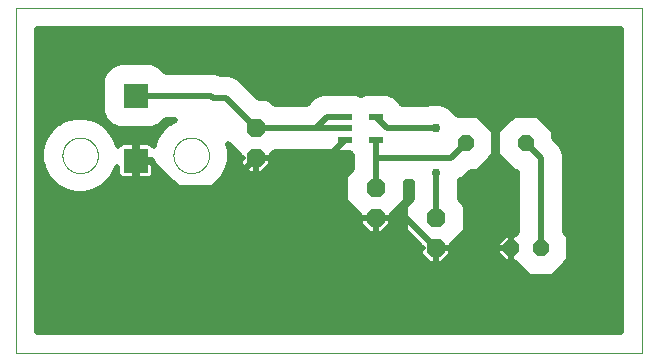
<source format=gtl>
G75*
%MOIN*%
%OFA0B0*%
%FSLAX25Y25*%
%IPPOS*%
%LPD*%
%AMOC8*
5,1,8,0,0,1.08239X$1,22.5*
%
%ADD10C,0.00000*%
%ADD11OC8,0.06300*%
%ADD12OC8,0.05200*%
%ADD13R,0.04724X0.02165*%
%ADD14R,0.08268X0.08268*%
%ADD15C,0.02000*%
%ADD16C,0.02978*%
D10*
X0002000Y0002000D02*
X0002000Y0116961D01*
X0210701Y0116961D01*
X0210701Y0002000D01*
X0002000Y0002000D01*
X0017590Y0067984D02*
X0017592Y0068137D01*
X0017598Y0068291D01*
X0017608Y0068444D01*
X0017622Y0068596D01*
X0017640Y0068749D01*
X0017662Y0068900D01*
X0017687Y0069051D01*
X0017717Y0069202D01*
X0017751Y0069352D01*
X0017788Y0069500D01*
X0017829Y0069648D01*
X0017874Y0069794D01*
X0017923Y0069940D01*
X0017976Y0070084D01*
X0018032Y0070226D01*
X0018092Y0070367D01*
X0018156Y0070507D01*
X0018223Y0070645D01*
X0018294Y0070781D01*
X0018369Y0070915D01*
X0018446Y0071047D01*
X0018528Y0071177D01*
X0018612Y0071305D01*
X0018700Y0071431D01*
X0018791Y0071554D01*
X0018885Y0071675D01*
X0018983Y0071793D01*
X0019083Y0071909D01*
X0019187Y0072022D01*
X0019293Y0072133D01*
X0019402Y0072241D01*
X0019514Y0072346D01*
X0019628Y0072447D01*
X0019746Y0072546D01*
X0019865Y0072642D01*
X0019987Y0072735D01*
X0020112Y0072824D01*
X0020239Y0072911D01*
X0020368Y0072993D01*
X0020499Y0073073D01*
X0020632Y0073149D01*
X0020767Y0073222D01*
X0020904Y0073291D01*
X0021043Y0073356D01*
X0021183Y0073418D01*
X0021325Y0073476D01*
X0021468Y0073531D01*
X0021613Y0073582D01*
X0021759Y0073629D01*
X0021906Y0073672D01*
X0022054Y0073711D01*
X0022203Y0073747D01*
X0022353Y0073778D01*
X0022504Y0073806D01*
X0022655Y0073830D01*
X0022808Y0073850D01*
X0022960Y0073866D01*
X0023113Y0073878D01*
X0023266Y0073886D01*
X0023419Y0073890D01*
X0023573Y0073890D01*
X0023726Y0073886D01*
X0023879Y0073878D01*
X0024032Y0073866D01*
X0024184Y0073850D01*
X0024337Y0073830D01*
X0024488Y0073806D01*
X0024639Y0073778D01*
X0024789Y0073747D01*
X0024938Y0073711D01*
X0025086Y0073672D01*
X0025233Y0073629D01*
X0025379Y0073582D01*
X0025524Y0073531D01*
X0025667Y0073476D01*
X0025809Y0073418D01*
X0025949Y0073356D01*
X0026088Y0073291D01*
X0026225Y0073222D01*
X0026360Y0073149D01*
X0026493Y0073073D01*
X0026624Y0072993D01*
X0026753Y0072911D01*
X0026880Y0072824D01*
X0027005Y0072735D01*
X0027127Y0072642D01*
X0027246Y0072546D01*
X0027364Y0072447D01*
X0027478Y0072346D01*
X0027590Y0072241D01*
X0027699Y0072133D01*
X0027805Y0072022D01*
X0027909Y0071909D01*
X0028009Y0071793D01*
X0028107Y0071675D01*
X0028201Y0071554D01*
X0028292Y0071431D01*
X0028380Y0071305D01*
X0028464Y0071177D01*
X0028546Y0071047D01*
X0028623Y0070915D01*
X0028698Y0070781D01*
X0028769Y0070645D01*
X0028836Y0070507D01*
X0028900Y0070367D01*
X0028960Y0070226D01*
X0029016Y0070084D01*
X0029069Y0069940D01*
X0029118Y0069794D01*
X0029163Y0069648D01*
X0029204Y0069500D01*
X0029241Y0069352D01*
X0029275Y0069202D01*
X0029305Y0069051D01*
X0029330Y0068900D01*
X0029352Y0068749D01*
X0029370Y0068596D01*
X0029384Y0068444D01*
X0029394Y0068291D01*
X0029400Y0068137D01*
X0029402Y0067984D01*
X0029400Y0067831D01*
X0029394Y0067677D01*
X0029384Y0067524D01*
X0029370Y0067372D01*
X0029352Y0067219D01*
X0029330Y0067068D01*
X0029305Y0066917D01*
X0029275Y0066766D01*
X0029241Y0066616D01*
X0029204Y0066468D01*
X0029163Y0066320D01*
X0029118Y0066174D01*
X0029069Y0066028D01*
X0029016Y0065884D01*
X0028960Y0065742D01*
X0028900Y0065601D01*
X0028836Y0065461D01*
X0028769Y0065323D01*
X0028698Y0065187D01*
X0028623Y0065053D01*
X0028546Y0064921D01*
X0028464Y0064791D01*
X0028380Y0064663D01*
X0028292Y0064537D01*
X0028201Y0064414D01*
X0028107Y0064293D01*
X0028009Y0064175D01*
X0027909Y0064059D01*
X0027805Y0063946D01*
X0027699Y0063835D01*
X0027590Y0063727D01*
X0027478Y0063622D01*
X0027364Y0063521D01*
X0027246Y0063422D01*
X0027127Y0063326D01*
X0027005Y0063233D01*
X0026880Y0063144D01*
X0026753Y0063057D01*
X0026624Y0062975D01*
X0026493Y0062895D01*
X0026360Y0062819D01*
X0026225Y0062746D01*
X0026088Y0062677D01*
X0025949Y0062612D01*
X0025809Y0062550D01*
X0025667Y0062492D01*
X0025524Y0062437D01*
X0025379Y0062386D01*
X0025233Y0062339D01*
X0025086Y0062296D01*
X0024938Y0062257D01*
X0024789Y0062221D01*
X0024639Y0062190D01*
X0024488Y0062162D01*
X0024337Y0062138D01*
X0024184Y0062118D01*
X0024032Y0062102D01*
X0023879Y0062090D01*
X0023726Y0062082D01*
X0023573Y0062078D01*
X0023419Y0062078D01*
X0023266Y0062082D01*
X0023113Y0062090D01*
X0022960Y0062102D01*
X0022808Y0062118D01*
X0022655Y0062138D01*
X0022504Y0062162D01*
X0022353Y0062190D01*
X0022203Y0062221D01*
X0022054Y0062257D01*
X0021906Y0062296D01*
X0021759Y0062339D01*
X0021613Y0062386D01*
X0021468Y0062437D01*
X0021325Y0062492D01*
X0021183Y0062550D01*
X0021043Y0062612D01*
X0020904Y0062677D01*
X0020767Y0062746D01*
X0020632Y0062819D01*
X0020499Y0062895D01*
X0020368Y0062975D01*
X0020239Y0063057D01*
X0020112Y0063144D01*
X0019987Y0063233D01*
X0019865Y0063326D01*
X0019746Y0063422D01*
X0019628Y0063521D01*
X0019514Y0063622D01*
X0019402Y0063727D01*
X0019293Y0063835D01*
X0019187Y0063946D01*
X0019083Y0064059D01*
X0018983Y0064175D01*
X0018885Y0064293D01*
X0018791Y0064414D01*
X0018700Y0064537D01*
X0018612Y0064663D01*
X0018528Y0064791D01*
X0018446Y0064921D01*
X0018369Y0065053D01*
X0018294Y0065187D01*
X0018223Y0065323D01*
X0018156Y0065461D01*
X0018092Y0065601D01*
X0018032Y0065742D01*
X0017976Y0065884D01*
X0017923Y0066028D01*
X0017874Y0066174D01*
X0017829Y0066320D01*
X0017788Y0066468D01*
X0017751Y0066616D01*
X0017717Y0066766D01*
X0017687Y0066917D01*
X0017662Y0067068D01*
X0017640Y0067219D01*
X0017622Y0067372D01*
X0017608Y0067524D01*
X0017598Y0067677D01*
X0017592Y0067831D01*
X0017590Y0067984D01*
X0054598Y0067984D02*
X0054600Y0068137D01*
X0054606Y0068291D01*
X0054616Y0068444D01*
X0054630Y0068596D01*
X0054648Y0068749D01*
X0054670Y0068900D01*
X0054695Y0069051D01*
X0054725Y0069202D01*
X0054759Y0069352D01*
X0054796Y0069500D01*
X0054837Y0069648D01*
X0054882Y0069794D01*
X0054931Y0069940D01*
X0054984Y0070084D01*
X0055040Y0070226D01*
X0055100Y0070367D01*
X0055164Y0070507D01*
X0055231Y0070645D01*
X0055302Y0070781D01*
X0055377Y0070915D01*
X0055454Y0071047D01*
X0055536Y0071177D01*
X0055620Y0071305D01*
X0055708Y0071431D01*
X0055799Y0071554D01*
X0055893Y0071675D01*
X0055991Y0071793D01*
X0056091Y0071909D01*
X0056195Y0072022D01*
X0056301Y0072133D01*
X0056410Y0072241D01*
X0056522Y0072346D01*
X0056636Y0072447D01*
X0056754Y0072546D01*
X0056873Y0072642D01*
X0056995Y0072735D01*
X0057120Y0072824D01*
X0057247Y0072911D01*
X0057376Y0072993D01*
X0057507Y0073073D01*
X0057640Y0073149D01*
X0057775Y0073222D01*
X0057912Y0073291D01*
X0058051Y0073356D01*
X0058191Y0073418D01*
X0058333Y0073476D01*
X0058476Y0073531D01*
X0058621Y0073582D01*
X0058767Y0073629D01*
X0058914Y0073672D01*
X0059062Y0073711D01*
X0059211Y0073747D01*
X0059361Y0073778D01*
X0059512Y0073806D01*
X0059663Y0073830D01*
X0059816Y0073850D01*
X0059968Y0073866D01*
X0060121Y0073878D01*
X0060274Y0073886D01*
X0060427Y0073890D01*
X0060581Y0073890D01*
X0060734Y0073886D01*
X0060887Y0073878D01*
X0061040Y0073866D01*
X0061192Y0073850D01*
X0061345Y0073830D01*
X0061496Y0073806D01*
X0061647Y0073778D01*
X0061797Y0073747D01*
X0061946Y0073711D01*
X0062094Y0073672D01*
X0062241Y0073629D01*
X0062387Y0073582D01*
X0062532Y0073531D01*
X0062675Y0073476D01*
X0062817Y0073418D01*
X0062957Y0073356D01*
X0063096Y0073291D01*
X0063233Y0073222D01*
X0063368Y0073149D01*
X0063501Y0073073D01*
X0063632Y0072993D01*
X0063761Y0072911D01*
X0063888Y0072824D01*
X0064013Y0072735D01*
X0064135Y0072642D01*
X0064254Y0072546D01*
X0064372Y0072447D01*
X0064486Y0072346D01*
X0064598Y0072241D01*
X0064707Y0072133D01*
X0064813Y0072022D01*
X0064917Y0071909D01*
X0065017Y0071793D01*
X0065115Y0071675D01*
X0065209Y0071554D01*
X0065300Y0071431D01*
X0065388Y0071305D01*
X0065472Y0071177D01*
X0065554Y0071047D01*
X0065631Y0070915D01*
X0065706Y0070781D01*
X0065777Y0070645D01*
X0065844Y0070507D01*
X0065908Y0070367D01*
X0065968Y0070226D01*
X0066024Y0070084D01*
X0066077Y0069940D01*
X0066126Y0069794D01*
X0066171Y0069648D01*
X0066212Y0069500D01*
X0066249Y0069352D01*
X0066283Y0069202D01*
X0066313Y0069051D01*
X0066338Y0068900D01*
X0066360Y0068749D01*
X0066378Y0068596D01*
X0066392Y0068444D01*
X0066402Y0068291D01*
X0066408Y0068137D01*
X0066410Y0067984D01*
X0066408Y0067831D01*
X0066402Y0067677D01*
X0066392Y0067524D01*
X0066378Y0067372D01*
X0066360Y0067219D01*
X0066338Y0067068D01*
X0066313Y0066917D01*
X0066283Y0066766D01*
X0066249Y0066616D01*
X0066212Y0066468D01*
X0066171Y0066320D01*
X0066126Y0066174D01*
X0066077Y0066028D01*
X0066024Y0065884D01*
X0065968Y0065742D01*
X0065908Y0065601D01*
X0065844Y0065461D01*
X0065777Y0065323D01*
X0065706Y0065187D01*
X0065631Y0065053D01*
X0065554Y0064921D01*
X0065472Y0064791D01*
X0065388Y0064663D01*
X0065300Y0064537D01*
X0065209Y0064414D01*
X0065115Y0064293D01*
X0065017Y0064175D01*
X0064917Y0064059D01*
X0064813Y0063946D01*
X0064707Y0063835D01*
X0064598Y0063727D01*
X0064486Y0063622D01*
X0064372Y0063521D01*
X0064254Y0063422D01*
X0064135Y0063326D01*
X0064013Y0063233D01*
X0063888Y0063144D01*
X0063761Y0063057D01*
X0063632Y0062975D01*
X0063501Y0062895D01*
X0063368Y0062819D01*
X0063233Y0062746D01*
X0063096Y0062677D01*
X0062957Y0062612D01*
X0062817Y0062550D01*
X0062675Y0062492D01*
X0062532Y0062437D01*
X0062387Y0062386D01*
X0062241Y0062339D01*
X0062094Y0062296D01*
X0061946Y0062257D01*
X0061797Y0062221D01*
X0061647Y0062190D01*
X0061496Y0062162D01*
X0061345Y0062138D01*
X0061192Y0062118D01*
X0061040Y0062102D01*
X0060887Y0062090D01*
X0060734Y0062082D01*
X0060581Y0062078D01*
X0060427Y0062078D01*
X0060274Y0062082D01*
X0060121Y0062090D01*
X0059968Y0062102D01*
X0059816Y0062118D01*
X0059663Y0062138D01*
X0059512Y0062162D01*
X0059361Y0062190D01*
X0059211Y0062221D01*
X0059062Y0062257D01*
X0058914Y0062296D01*
X0058767Y0062339D01*
X0058621Y0062386D01*
X0058476Y0062437D01*
X0058333Y0062492D01*
X0058191Y0062550D01*
X0058051Y0062612D01*
X0057912Y0062677D01*
X0057775Y0062746D01*
X0057640Y0062819D01*
X0057507Y0062895D01*
X0057376Y0062975D01*
X0057247Y0063057D01*
X0057120Y0063144D01*
X0056995Y0063233D01*
X0056873Y0063326D01*
X0056754Y0063422D01*
X0056636Y0063521D01*
X0056522Y0063622D01*
X0056410Y0063727D01*
X0056301Y0063835D01*
X0056195Y0063946D01*
X0056091Y0064059D01*
X0055991Y0064175D01*
X0055893Y0064293D01*
X0055799Y0064414D01*
X0055708Y0064537D01*
X0055620Y0064663D01*
X0055536Y0064791D01*
X0055454Y0064921D01*
X0055377Y0065053D01*
X0055302Y0065187D01*
X0055231Y0065323D01*
X0055164Y0065461D01*
X0055100Y0065601D01*
X0055040Y0065742D01*
X0054984Y0065884D01*
X0054931Y0066028D01*
X0054882Y0066174D01*
X0054837Y0066320D01*
X0054796Y0066468D01*
X0054759Y0066616D01*
X0054725Y0066766D01*
X0054695Y0066917D01*
X0054670Y0067068D01*
X0054648Y0067219D01*
X0054630Y0067372D01*
X0054616Y0067524D01*
X0054606Y0067677D01*
X0054600Y0067831D01*
X0054598Y0067984D01*
D11*
X0082000Y0067000D03*
X0082000Y0077000D03*
X0122000Y0057000D03*
X0122000Y0047000D03*
X0142000Y0047000D03*
X0142000Y0037000D03*
D12*
X0167000Y0037000D03*
X0177000Y0037000D03*
X0172000Y0072000D03*
X0152000Y0072000D03*
D13*
X0122118Y0073260D03*
X0111882Y0073260D03*
X0111882Y0077000D03*
X0111882Y0080740D03*
X0122118Y0080740D03*
D14*
X0042000Y0087827D03*
X0042000Y0066173D03*
D15*
X0046892Y0066173D01*
X0055987Y0057079D01*
X0072079Y0057079D01*
X0082000Y0067000D01*
X0092000Y0067000D01*
X0112000Y0047000D01*
X0122000Y0047000D01*
X0132000Y0047000D01*
X0142000Y0037000D01*
X0167000Y0037000D01*
X0167000Y0037000D01*
X0167000Y0041600D01*
X0168024Y0041600D01*
X0169000Y0042576D01*
X0169000Y0062400D01*
X0168024Y0062400D01*
X0162400Y0068024D01*
X0162400Y0075976D01*
X0168024Y0081600D01*
X0175976Y0081600D01*
X0181600Y0075976D01*
X0181600Y0073714D01*
X0183782Y0071532D01*
X0185000Y0068591D01*
X0185000Y0042576D01*
X0186600Y0040976D01*
X0186600Y0033024D01*
X0180976Y0027400D01*
X0173024Y0027400D01*
X0168024Y0032400D01*
X0167000Y0032400D01*
X0167000Y0037000D01*
X0167000Y0037000D01*
X0167000Y0037000D01*
X0162400Y0037000D01*
X0162400Y0038905D01*
X0165095Y0041600D01*
X0167000Y0041600D01*
X0167000Y0037000D01*
X0167000Y0032400D01*
X0165095Y0032400D01*
X0162400Y0035095D01*
X0162400Y0037000D01*
X0167000Y0037000D01*
X0167000Y0036948D02*
X0167000Y0036948D01*
X0167000Y0038946D02*
X0167000Y0038946D01*
X0167000Y0040945D02*
X0167000Y0040945D01*
X0164440Y0040945D02*
X0150299Y0040945D01*
X0152150Y0042796D02*
X0152150Y0051204D01*
X0150000Y0053354D01*
X0150000Y0059131D01*
X0150226Y0059677D01*
X0151532Y0060218D01*
X0153714Y0062400D01*
X0155976Y0062400D01*
X0161600Y0068024D01*
X0161600Y0075976D01*
X0155976Y0081600D01*
X0149283Y0081600D01*
X0149197Y0081809D01*
X0146809Y0084197D01*
X0143689Y0085489D01*
X0140311Y0085489D01*
X0139131Y0085000D01*
X0130741Y0085000D01*
X0130415Y0085788D01*
X0128445Y0087757D01*
X0125873Y0088823D01*
X0118364Y0088823D01*
X0117000Y0088258D01*
X0115636Y0088823D01*
X0108127Y0088823D01*
X0107928Y0088740D01*
X0104149Y0088740D01*
X0101209Y0087522D01*
X0098958Y0085272D01*
X0098686Y0085000D01*
X0088354Y0085000D01*
X0086204Y0087150D01*
X0083164Y0087150D01*
X0078782Y0091532D01*
X0076532Y0093782D01*
X0073591Y0095000D01*
X0070587Y0095000D01*
X0068591Y0095827D01*
X0052109Y0095827D01*
X0052068Y0095926D01*
X0050099Y0097895D01*
X0047526Y0098961D01*
X0036474Y0098961D01*
X0033901Y0097895D01*
X0031932Y0095926D01*
X0030866Y0093353D01*
X0030866Y0082301D01*
X0031932Y0079728D01*
X0033901Y0077759D01*
X0036474Y0076693D01*
X0047526Y0076693D01*
X0050099Y0077759D01*
X0052068Y0079728D01*
X0052109Y0079827D01*
X0055205Y0079827D01*
X0052580Y0078311D01*
X0050177Y0075908D01*
X0048478Y0072966D01*
X0047980Y0071109D01*
X0047734Y0071535D01*
X0047362Y0071907D01*
X0046906Y0072171D01*
X0046397Y0072307D01*
X0042378Y0072307D01*
X0042378Y0066551D01*
X0047598Y0066551D01*
X0047598Y0066285D01*
X0047730Y0065795D01*
X0042378Y0065795D01*
X0042378Y0060039D01*
X0046397Y0060039D01*
X0046906Y0060176D01*
X0047362Y0060439D01*
X0047734Y0060811D01*
X0047998Y0061267D01*
X0048134Y0061776D01*
X0048134Y0064287D01*
X0048478Y0063003D01*
X0050177Y0060060D01*
X0052580Y0057657D01*
X0055523Y0055958D01*
X0058805Y0055079D01*
X0062203Y0055079D01*
X0065485Y0055958D01*
X0068428Y0057657D01*
X0070831Y0060060D01*
X0072530Y0063003D01*
X0073409Y0066285D01*
X0073409Y0069683D01*
X0072841Y0071805D01*
X0076850Y0067796D01*
X0076850Y0067000D01*
X0077646Y0067000D01*
X0076850Y0067000D01*
X0076850Y0064867D01*
X0079867Y0061850D01*
X0082000Y0061850D01*
X0084133Y0061850D01*
X0087150Y0064867D01*
X0087150Y0067000D01*
X0087150Y0067796D01*
X0088354Y0069000D01*
X0107928Y0069000D01*
X0108127Y0068917D01*
X0113529Y0068917D01*
X0113822Y0068212D01*
X0114000Y0068034D01*
X0114000Y0063354D01*
X0111850Y0061204D01*
X0111850Y0052796D01*
X0116850Y0047796D01*
X0116850Y0047000D01*
X0117646Y0047000D01*
X0116850Y0047000D01*
X0116850Y0044867D01*
X0119867Y0041850D01*
X0122000Y0041850D01*
X0124133Y0041850D01*
X0127150Y0044867D01*
X0127150Y0047000D01*
X0127150Y0047796D01*
X0132150Y0052796D01*
X0132150Y0059000D01*
X0134000Y0059000D01*
X0134000Y0053354D01*
X0131850Y0051204D01*
X0131850Y0042796D01*
X0136850Y0037796D01*
X0136850Y0037000D01*
X0137646Y0037000D01*
X0136850Y0037000D01*
X0136850Y0034867D01*
X0139867Y0031850D01*
X0142000Y0031850D01*
X0144133Y0031850D01*
X0147150Y0034867D01*
X0147150Y0037000D01*
X0147150Y0037796D01*
X0152150Y0042796D01*
X0152150Y0042943D02*
X0169000Y0042943D01*
X0169000Y0044942D02*
X0152150Y0044942D01*
X0152150Y0046940D02*
X0169000Y0046940D01*
X0169000Y0048939D02*
X0152150Y0048939D01*
X0152150Y0050937D02*
X0169000Y0050937D01*
X0169000Y0052936D02*
X0150418Y0052936D01*
X0150000Y0054934D02*
X0169000Y0054934D01*
X0169000Y0056933D02*
X0150000Y0056933D01*
X0150000Y0058932D02*
X0169000Y0058932D01*
X0169000Y0060930D02*
X0152244Y0060930D01*
X0156505Y0062929D02*
X0167495Y0062929D01*
X0165496Y0064927D02*
X0158503Y0064927D01*
X0160502Y0066926D02*
X0163498Y0066926D01*
X0162400Y0068924D02*
X0161600Y0068924D01*
X0161600Y0070923D02*
X0162400Y0070923D01*
X0162400Y0072921D02*
X0161600Y0072921D01*
X0161600Y0074920D02*
X0162400Y0074920D01*
X0163342Y0076918D02*
X0160658Y0076918D01*
X0158660Y0078917D02*
X0165340Y0078917D01*
X0167339Y0080915D02*
X0156661Y0080915D01*
X0148092Y0082914D02*
X0203701Y0082914D01*
X0203701Y0084912D02*
X0145081Y0084912D01*
X0142000Y0077000D02*
X0125858Y0077000D01*
X0122118Y0080740D01*
X0111882Y0080740D02*
X0105740Y0080740D01*
X0102000Y0077000D01*
X0111882Y0077000D01*
X0111882Y0073260D02*
X0105622Y0067000D01*
X0092000Y0067000D01*
X0088278Y0068924D02*
X0108111Y0068924D01*
X0114000Y0066926D02*
X0087150Y0066926D01*
X0087150Y0067000D02*
X0086354Y0067000D01*
X0086354Y0067000D01*
X0087150Y0067000D01*
X0087150Y0064927D02*
X0114000Y0064927D01*
X0113574Y0062929D02*
X0085212Y0062929D01*
X0082000Y0062929D02*
X0082000Y0062929D01*
X0082000Y0061850D02*
X0082000Y0066850D01*
X0082000Y0066850D01*
X0082000Y0061850D01*
X0078788Y0062929D02*
X0072487Y0062929D01*
X0071333Y0060930D02*
X0111850Y0060930D01*
X0111850Y0058932D02*
X0069702Y0058932D01*
X0067174Y0056933D02*
X0111850Y0056933D01*
X0111850Y0054934D02*
X0009000Y0054934D01*
X0009000Y0056933D02*
X0016826Y0056933D01*
X0015572Y0057657D02*
X0018515Y0055958D01*
X0021797Y0055079D01*
X0025195Y0055079D01*
X0028477Y0055958D01*
X0031420Y0057657D01*
X0033823Y0060060D01*
X0035522Y0063003D01*
X0035866Y0064287D01*
X0035866Y0061776D01*
X0036002Y0061267D01*
X0036266Y0060811D01*
X0036638Y0060439D01*
X0037094Y0060176D01*
X0037603Y0060039D01*
X0041622Y0060039D01*
X0041622Y0065795D01*
X0042378Y0065795D01*
X0042378Y0066551D01*
X0041622Y0066551D01*
X0041622Y0072307D01*
X0037603Y0072307D01*
X0037094Y0072171D01*
X0036638Y0071907D01*
X0036266Y0071535D01*
X0036020Y0071109D01*
X0035522Y0072966D01*
X0033823Y0075908D01*
X0031420Y0078311D01*
X0028477Y0080010D01*
X0025195Y0080890D01*
X0021797Y0080890D01*
X0018515Y0080010D01*
X0015572Y0078311D01*
X0013169Y0075908D01*
X0011470Y0072966D01*
X0010591Y0069683D01*
X0010591Y0066285D01*
X0011470Y0063003D01*
X0013169Y0060060D01*
X0015572Y0057657D01*
X0014298Y0058932D02*
X0009000Y0058932D01*
X0009000Y0060930D02*
X0012667Y0060930D01*
X0011513Y0062929D02*
X0009000Y0062929D01*
X0009000Y0064927D02*
X0010954Y0064927D01*
X0010591Y0066926D02*
X0009000Y0066926D01*
X0009000Y0068924D02*
X0010591Y0068924D01*
X0010923Y0070923D02*
X0009000Y0070923D01*
X0009000Y0072921D02*
X0011458Y0072921D01*
X0012598Y0074920D02*
X0009000Y0074920D01*
X0009000Y0076918D02*
X0014179Y0076918D01*
X0016620Y0078917D02*
X0009000Y0078917D01*
X0009000Y0080915D02*
X0031440Y0080915D01*
X0030372Y0078917D02*
X0032743Y0078917D01*
X0032813Y0076918D02*
X0035930Y0076918D01*
X0034394Y0074920D02*
X0049606Y0074920D01*
X0048466Y0072921D02*
X0035534Y0072921D01*
X0041622Y0070923D02*
X0042378Y0070923D01*
X0042378Y0068924D02*
X0041622Y0068924D01*
X0041622Y0066926D02*
X0042378Y0066926D01*
X0042378Y0064927D02*
X0041622Y0064927D01*
X0041622Y0062929D02*
X0042378Y0062929D01*
X0042378Y0060930D02*
X0041622Y0060930D01*
X0036197Y0060930D02*
X0034325Y0060930D01*
X0035479Y0062929D02*
X0035866Y0062929D01*
X0032694Y0058932D02*
X0051306Y0058932D01*
X0049675Y0060930D02*
X0047803Y0060930D01*
X0048134Y0062929D02*
X0048521Y0062929D01*
X0053834Y0056933D02*
X0030166Y0056933D01*
X0009000Y0052936D02*
X0111850Y0052936D01*
X0113708Y0050937D02*
X0009000Y0050937D01*
X0009000Y0048939D02*
X0115707Y0048939D01*
X0116850Y0046940D02*
X0009000Y0046940D01*
X0009000Y0044942D02*
X0116850Y0044942D01*
X0118773Y0042943D02*
X0009000Y0042943D01*
X0009000Y0040945D02*
X0133701Y0040945D01*
X0131850Y0042943D02*
X0125227Y0042943D01*
X0127150Y0044942D02*
X0131850Y0044942D01*
X0131850Y0046940D02*
X0127150Y0046940D01*
X0127150Y0047000D02*
X0126354Y0047000D01*
X0126354Y0047000D01*
X0127150Y0047000D01*
X0128293Y0048939D02*
X0131850Y0048939D01*
X0131850Y0050937D02*
X0130292Y0050937D01*
X0132150Y0052936D02*
X0133582Y0052936D01*
X0134000Y0054934D02*
X0132150Y0054934D01*
X0132150Y0056933D02*
X0134000Y0056933D01*
X0134000Y0058932D02*
X0132150Y0058932D01*
X0122000Y0057000D02*
X0122000Y0067000D01*
X0147000Y0067000D01*
X0152000Y0072000D01*
X0142000Y0062000D02*
X0142000Y0047000D01*
X0135699Y0038946D02*
X0009000Y0038946D01*
X0009000Y0036948D02*
X0136850Y0036948D01*
X0137646Y0037000D02*
X0137646Y0037000D01*
X0136850Y0034949D02*
X0009000Y0034949D01*
X0009000Y0032951D02*
X0138766Y0032951D01*
X0142000Y0032951D02*
X0142000Y0032951D01*
X0142000Y0031850D02*
X0142000Y0036850D01*
X0142000Y0036850D01*
X0142000Y0031850D01*
X0145234Y0032951D02*
X0164544Y0032951D01*
X0167000Y0032951D02*
X0167000Y0032951D01*
X0169471Y0030952D02*
X0009000Y0030952D01*
X0009000Y0028954D02*
X0171470Y0028954D01*
X0167000Y0034949D02*
X0167000Y0034949D01*
X0162545Y0034949D02*
X0147150Y0034949D01*
X0147150Y0036948D02*
X0162400Y0036948D01*
X0162441Y0038946D02*
X0148301Y0038946D01*
X0147150Y0037000D02*
X0146354Y0037000D01*
X0146354Y0037000D01*
X0147150Y0037000D01*
X0142000Y0034949D02*
X0142000Y0034949D01*
X0122000Y0041850D02*
X0122000Y0046850D01*
X0122000Y0046850D01*
X0122000Y0041850D01*
X0122000Y0042943D02*
X0122000Y0042943D01*
X0122000Y0044942D02*
X0122000Y0044942D01*
X0117646Y0047000D02*
X0117646Y0047000D01*
X0082000Y0064927D02*
X0082000Y0064927D01*
X0077646Y0067000D02*
X0077646Y0067000D01*
X0076850Y0066926D02*
X0073409Y0066926D01*
X0073409Y0068924D02*
X0075722Y0068924D01*
X0073723Y0070923D02*
X0073077Y0070923D01*
X0073046Y0064927D02*
X0076850Y0064927D01*
X0082000Y0077000D02*
X0102000Y0077000D01*
X0100597Y0086911D02*
X0086444Y0086911D01*
X0081405Y0088909D02*
X0203701Y0088909D01*
X0203701Y0086911D02*
X0129292Y0086911D01*
X0122118Y0073260D02*
X0122000Y0073142D01*
X0122000Y0067000D01*
X0082000Y0077000D02*
X0072000Y0087000D01*
X0067827Y0087000D01*
X0067000Y0087827D01*
X0042000Y0087827D01*
X0030866Y0086911D02*
X0009000Y0086911D01*
X0009000Y0088909D02*
X0030866Y0088909D01*
X0030866Y0090908D02*
X0009000Y0090908D01*
X0009000Y0092906D02*
X0030866Y0092906D01*
X0031509Y0094905D02*
X0009000Y0094905D01*
X0009000Y0096903D02*
X0032909Y0096903D01*
X0036332Y0098902D02*
X0009000Y0098902D01*
X0009000Y0100900D02*
X0203701Y0100900D01*
X0203701Y0098902D02*
X0047668Y0098902D01*
X0051091Y0096903D02*
X0203701Y0096903D01*
X0203701Y0094905D02*
X0073821Y0094905D01*
X0077407Y0092906D02*
X0203701Y0092906D01*
X0203701Y0090908D02*
X0079406Y0090908D01*
X0053628Y0078917D02*
X0051257Y0078917D01*
X0051187Y0076918D02*
X0048070Y0076918D01*
X0030866Y0082914D02*
X0009000Y0082914D01*
X0009000Y0084912D02*
X0030866Y0084912D01*
X0009000Y0102899D02*
X0203701Y0102899D01*
X0203701Y0104897D02*
X0009000Y0104897D01*
X0009000Y0106896D02*
X0203701Y0106896D01*
X0203701Y0108894D02*
X0009000Y0108894D01*
X0009000Y0109961D02*
X0203701Y0109961D01*
X0203701Y0009000D01*
X0009000Y0009000D01*
X0009000Y0109961D01*
X0009000Y0026955D02*
X0203701Y0026955D01*
X0203701Y0024957D02*
X0009000Y0024957D01*
X0009000Y0022958D02*
X0203701Y0022958D01*
X0203701Y0020960D02*
X0009000Y0020960D01*
X0009000Y0018961D02*
X0203701Y0018961D01*
X0203701Y0016963D02*
X0009000Y0016963D01*
X0009000Y0014964D02*
X0203701Y0014964D01*
X0203701Y0012966D02*
X0009000Y0012966D01*
X0009000Y0010967D02*
X0203701Y0010967D01*
X0203701Y0028954D02*
X0182530Y0028954D01*
X0184529Y0030952D02*
X0203701Y0030952D01*
X0203701Y0032951D02*
X0186527Y0032951D01*
X0186600Y0034949D02*
X0203701Y0034949D01*
X0203701Y0036948D02*
X0186600Y0036948D01*
X0186600Y0038946D02*
X0203701Y0038946D01*
X0203701Y0040945D02*
X0186600Y0040945D01*
X0185000Y0042943D02*
X0203701Y0042943D01*
X0203701Y0044942D02*
X0185000Y0044942D01*
X0185000Y0046940D02*
X0203701Y0046940D01*
X0203701Y0048939D02*
X0185000Y0048939D01*
X0185000Y0050937D02*
X0203701Y0050937D01*
X0203701Y0052936D02*
X0185000Y0052936D01*
X0185000Y0054934D02*
X0203701Y0054934D01*
X0203701Y0056933D02*
X0185000Y0056933D01*
X0185000Y0058932D02*
X0203701Y0058932D01*
X0203701Y0060930D02*
X0185000Y0060930D01*
X0185000Y0062929D02*
X0203701Y0062929D01*
X0203701Y0064927D02*
X0185000Y0064927D01*
X0185000Y0066926D02*
X0203701Y0066926D01*
X0203701Y0068924D02*
X0184862Y0068924D01*
X0184034Y0070923D02*
X0203701Y0070923D01*
X0203701Y0072921D02*
X0182393Y0072921D01*
X0181600Y0074920D02*
X0203701Y0074920D01*
X0203701Y0076918D02*
X0180658Y0076918D01*
X0178660Y0078917D02*
X0203701Y0078917D01*
X0203701Y0080915D02*
X0176661Y0080915D01*
X0172000Y0072000D02*
X0177000Y0067000D01*
X0177000Y0037000D01*
D16*
X0142000Y0062000D03*
X0142000Y0077000D03*
M02*

</source>
